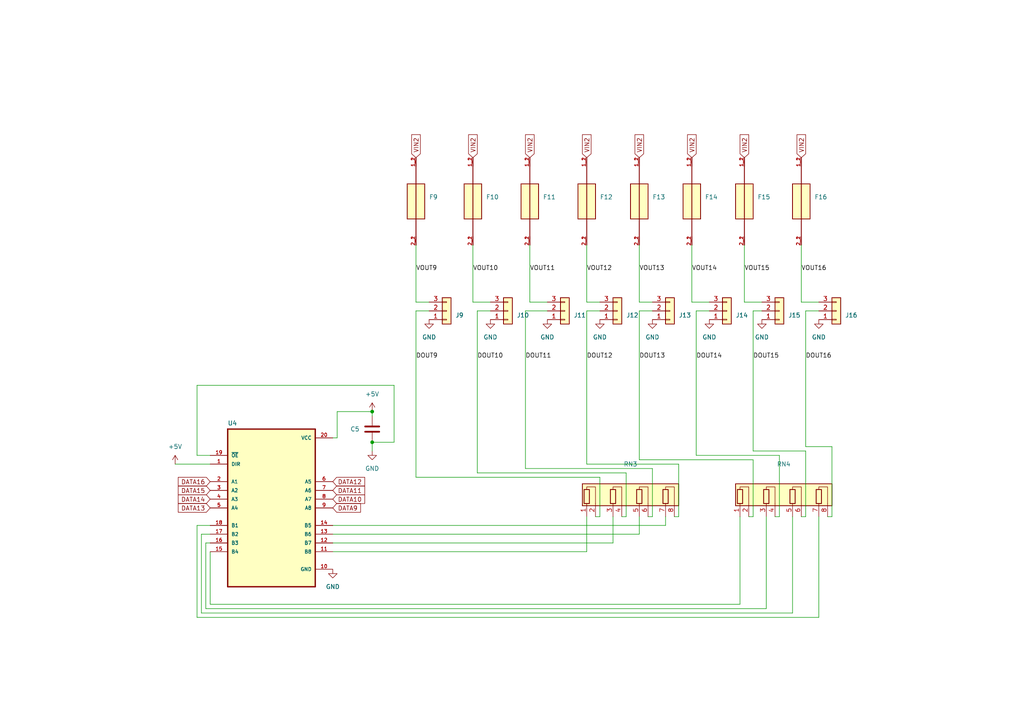
<source format=kicad_sch>
(kicad_sch (version 20211123) (generator eeschema)

  (uuid 39e1ab2a-e7de-4674-860a-f1e921ad258c)

  (paper "A4")

  (lib_symbols
    (symbol "3544-2:3544-2" (pin_names (offset 1.016) hide) (in_bom yes) (on_board yes)
      (property "Reference" "F" (id 0) (at -5.08 3.302 0)
        (effects (font (size 1.27 1.27)) (justify left bottom))
      )
      (property "Value" "3544-2" (id 1) (at -5.08 -5.08 0)
        (effects (font (size 1.27 1.27)) (justify left bottom))
      )
      (property "Footprint" "FUSE_3544-2" (id 2) (at 0 0 0)
        (effects (font (size 1.27 1.27)) (justify left bottom) hide)
      )
      (property "Datasheet" "" (id 3) (at 0 0 0)
        (effects (font (size 1.27 1.27)) (justify left bottom) hide)
      )
      (property "STANDARD" "Manufacturer Recommendation" (id 4) (at 0 0 0)
        (effects (font (size 1.27 1.27)) (justify left bottom) hide)
      )
      (property "MANUFACTURER" "Keystone" (id 5) (at 0 0 0)
        (effects (font (size 1.27 1.27)) (justify left bottom) hide)
      )
      (property "ki_locked" "" (id 6) (at 0 0 0)
        (effects (font (size 1.27 1.27)))
      )
      (symbol "3544-2_0_0"
        (rectangle (start -5.08 -2.54) (end 5.08 2.54)
          (stroke (width 0.254) (type default) (color 0 0 0 0))
          (fill (type background))
        )
        (polyline
          (pts
            (xy -12.7 0)
            (xy 12.7 0)
          )
          (stroke (width 0.254) (type default) (color 0 0 0 0))
          (fill (type none))
        )
        (pin passive line (at -12.7 0 0) (length 2.54)
          (name "~" (effects (font (size 1.016 1.016))))
          (number "1_1" (effects (font (size 1.016 1.016))))
        )
        (pin passive line (at -12.7 0 0) (length 2.54)
          (name "~" (effects (font (size 1.016 1.016))))
          (number "1_2" (effects (font (size 1.016 1.016))))
        )
        (pin passive line (at 12.7 0 180) (length 2.54)
          (name "~" (effects (font (size 1.016 1.016))))
          (number "2_1" (effects (font (size 1.016 1.016))))
        )
        (pin passive line (at 12.7 0 180) (length 2.54)
          (name "~" (effects (font (size 1.016 1.016))))
          (number "2_2" (effects (font (size 1.016 1.016))))
        )
      )
    )
    (symbol "Connector_Generic:Conn_01x03" (pin_names (offset 1.016) hide) (in_bom yes) (on_board yes)
      (property "Reference" "J" (id 0) (at 0 5.08 0)
        (effects (font (size 1.27 1.27)))
      )
      (property "Value" "Conn_01x03" (id 1) (at 0 -5.08 0)
        (effects (font (size 1.27 1.27)))
      )
      (property "Footprint" "" (id 2) (at 0 0 0)
        (effects (font (size 1.27 1.27)) hide)
      )
      (property "Datasheet" "~" (id 3) (at 0 0 0)
        (effects (font (size 1.27 1.27)) hide)
      )
      (property "ki_keywords" "connector" (id 4) (at 0 0 0)
        (effects (font (size 1.27 1.27)) hide)
      )
      (property "ki_description" "Generic connector, single row, 01x03, script generated (kicad-library-utils/schlib/autogen/connector/)" (id 5) (at 0 0 0)
        (effects (font (size 1.27 1.27)) hide)
      )
      (property "ki_fp_filters" "Connector*:*_1x??_*" (id 6) (at 0 0 0)
        (effects (font (size 1.27 1.27)) hide)
      )
      (symbol "Conn_01x03_1_1"
        (rectangle (start -1.27 -2.413) (end 0 -2.667)
          (stroke (width 0.1524) (type default) (color 0 0 0 0))
          (fill (type none))
        )
        (rectangle (start -1.27 0.127) (end 0 -0.127)
          (stroke (width 0.1524) (type default) (color 0 0 0 0))
          (fill (type none))
        )
        (rectangle (start -1.27 2.667) (end 0 2.413)
          (stroke (width 0.1524) (type default) (color 0 0 0 0))
          (fill (type none))
        )
        (rectangle (start -1.27 3.81) (end 1.27 -3.81)
          (stroke (width 0.254) (type default) (color 0 0 0 0))
          (fill (type background))
        )
        (pin passive line (at -5.08 2.54 0) (length 3.81)
          (name "Pin_1" (effects (font (size 1.27 1.27))))
          (number "1" (effects (font (size 1.27 1.27))))
        )
        (pin passive line (at -5.08 0 0) (length 3.81)
          (name "Pin_2" (effects (font (size 1.27 1.27))))
          (number "2" (effects (font (size 1.27 1.27))))
        )
        (pin passive line (at -5.08 -2.54 0) (length 3.81)
          (name "Pin_3" (effects (font (size 1.27 1.27))))
          (number "3" (effects (font (size 1.27 1.27))))
        )
      )
    )
    (symbol "Device:C" (pin_numbers hide) (pin_names (offset 0.254)) (in_bom yes) (on_board yes)
      (property "Reference" "C" (id 0) (at 0.635 2.54 0)
        (effects (font (size 1.27 1.27)) (justify left))
      )
      (property "Value" "C" (id 1) (at 0.635 -2.54 0)
        (effects (font (size 1.27 1.27)) (justify left))
      )
      (property "Footprint" "" (id 2) (at 0.9652 -3.81 0)
        (effects (font (size 1.27 1.27)) hide)
      )
      (property "Datasheet" "~" (id 3) (at 0 0 0)
        (effects (font (size 1.27 1.27)) hide)
      )
      (property "ki_keywords" "cap capacitor" (id 4) (at 0 0 0)
        (effects (font (size 1.27 1.27)) hide)
      )
      (property "ki_description" "Unpolarized capacitor" (id 5) (at 0 0 0)
        (effects (font (size 1.27 1.27)) hide)
      )
      (property "ki_fp_filters" "C_*" (id 6) (at 0 0 0)
        (effects (font (size 1.27 1.27)) hide)
      )
      (symbol "C_0_1"
        (polyline
          (pts
            (xy -2.032 -0.762)
            (xy 2.032 -0.762)
          )
          (stroke (width 0.508) (type default) (color 0 0 0 0))
          (fill (type none))
        )
        (polyline
          (pts
            (xy -2.032 0.762)
            (xy 2.032 0.762)
          )
          (stroke (width 0.508) (type default) (color 0 0 0 0))
          (fill (type none))
        )
      )
      (symbol "C_1_1"
        (pin passive line (at 0 3.81 270) (length 2.794)
          (name "~" (effects (font (size 1.27 1.27))))
          (number "1" (effects (font (size 1.27 1.27))))
        )
        (pin passive line (at 0 -3.81 90) (length 2.794)
          (name "~" (effects (font (size 1.27 1.27))))
          (number "2" (effects (font (size 1.27 1.27))))
        )
      )
    )
    (symbol "Device:R_Pack04_SIP" (pin_names (offset 0) hide) (in_bom yes) (on_board yes)
      (property "Reference" "RN" (id 0) (at -15.24 0 90)
        (effects (font (size 1.27 1.27)))
      )
      (property "Value" "R_Pack04_SIP" (id 1) (at 15.24 0 90)
        (effects (font (size 1.27 1.27)))
      )
      (property "Footprint" "Resistor_THT:R_Array_SIP8" (id 2) (at 17.145 0 90)
        (effects (font (size 1.27 1.27)) hide)
      )
      (property "Datasheet" "http://www.vishay.com/docs/31509/csc.pdf" (id 3) (at 0 0 0)
        (effects (font (size 1.27 1.27)) hide)
      )
      (property "ki_keywords" "R network parallel topology isolated" (id 4) (at 0 0 0)
        (effects (font (size 1.27 1.27)) hide)
      )
      (property "ki_description" "4 resistor network, parallel topology, SIP package" (id 5) (at 0 0 0)
        (effects (font (size 1.27 1.27)) hide)
      )
      (property "ki_fp_filters" "R?Array?SIP*" (id 6) (at 0 0 0)
        (effects (font (size 1.27 1.27)) hide)
      )
      (symbol "R_Pack04_SIP_0_1"
        (rectangle (start -13.97 -1.905) (end 13.97 4.445)
          (stroke (width 0.254) (type default) (color 0 0 0 0))
          (fill (type background))
        )
        (rectangle (start -13.462 2.794) (end -11.938 -1.27)
          (stroke (width 0.254) (type default) (color 0 0 0 0))
          (fill (type none))
        )
        (rectangle (start -5.842 2.794) (end -4.318 -1.27)
          (stroke (width 0.254) (type default) (color 0 0 0 0))
          (fill (type none))
        )
        (polyline
          (pts
            (xy -12.7 2.794)
            (xy -12.7 3.556)
            (xy -10.16 3.556)
            (xy -10.16 -1.27)
          )
          (stroke (width 0) (type default) (color 0 0 0 0))
          (fill (type none))
        )
        (polyline
          (pts
            (xy -5.08 2.794)
            (xy -5.08 3.556)
            (xy -2.54 3.556)
            (xy -2.54 -1.27)
          )
          (stroke (width 0) (type default) (color 0 0 0 0))
          (fill (type none))
        )
        (polyline
          (pts
            (xy 2.54 2.794)
            (xy 2.54 3.556)
            (xy 5.08 3.556)
            (xy 5.08 -1.27)
          )
          (stroke (width 0) (type default) (color 0 0 0 0))
          (fill (type none))
        )
        (polyline
          (pts
            (xy 10.16 2.794)
            (xy 10.16 3.556)
            (xy 12.7 3.556)
            (xy 12.7 -1.27)
          )
          (stroke (width 0) (type default) (color 0 0 0 0))
          (fill (type none))
        )
        (rectangle (start 1.778 2.794) (end 3.302 -1.27)
          (stroke (width 0.254) (type default) (color 0 0 0 0))
          (fill (type none))
        )
        (rectangle (start 9.398 2.794) (end 10.922 -1.27)
          (stroke (width 0.254) (type default) (color 0 0 0 0))
          (fill (type none))
        )
      )
      (symbol "R_Pack04_SIP_1_1"
        (pin passive line (at -12.7 -5.08 90) (length 3.81)
          (name "R1.1" (effects (font (size 1.27 1.27))))
          (number "1" (effects (font (size 1.27 1.27))))
        )
        (pin passive line (at -10.16 -5.08 90) (length 3.81)
          (name "R1.2" (effects (font (size 1.27 1.27))))
          (number "2" (effects (font (size 1.27 1.27))))
        )
        (pin passive line (at -5.08 -5.08 90) (length 3.81)
          (name "R2.1" (effects (font (size 1.27 1.27))))
          (number "3" (effects (font (size 1.27 1.27))))
        )
        (pin passive line (at -2.54 -5.08 90) (length 3.81)
          (name "R2.2" (effects (font (size 1.27 1.27))))
          (number "4" (effects (font (size 1.27 1.27))))
        )
        (pin passive line (at 2.54 -5.08 90) (length 3.81)
          (name "R3.1" (effects (font (size 1.27 1.27))))
          (number "5" (effects (font (size 1.27 1.27))))
        )
        (pin passive line (at 5.08 -5.08 90) (length 3.81)
          (name "R3.2" (effects (font (size 1.27 1.27))))
          (number "6" (effects (font (size 1.27 1.27))))
        )
        (pin passive line (at 10.16 -5.08 90) (length 3.81)
          (name "R4.1" (effects (font (size 1.27 1.27))))
          (number "7" (effects (font (size 1.27 1.27))))
        )
        (pin passive line (at 12.7 -5.08 90) (length 3.81)
          (name "R4.2" (effects (font (size 1.27 1.27))))
          (number "8" (effects (font (size 1.27 1.27))))
        )
      )
    )
    (symbol "SN74HCT245PW:SN74HCT245PW" (pin_names (offset 1.016)) (in_bom yes) (on_board yes)
      (property "Reference" "U" (id 0) (at -12.7 23.8506 0)
        (effects (font (size 1.27 1.27)) (justify left bottom))
      )
      (property "Value" "SN74HCT245PW" (id 1) (at -12.7 -26.8478 0)
        (effects (font (size 1.27 1.27)) (justify left bottom))
      )
      (property "Footprint" "SOP65P640X120-20N" (id 2) (at 0 0 0)
        (effects (font (size 1.27 1.27)) (justify left bottom) hide)
      )
      (property "Datasheet" "" (id 3) (at 0 0 0)
        (effects (font (size 1.27 1.27)) (justify left bottom) hide)
      )
      (property "ki_locked" "" (id 4) (at 0 0 0)
        (effects (font (size 1.27 1.27)))
      )
      (symbol "SN74HCT245PW_0_0"
        (rectangle (start -12.7 -22.86) (end 12.7 22.86)
          (stroke (width 0.4064) (type default) (color 0 0 0 0))
          (fill (type background))
        )
        (pin input line (at -17.78 12.7 0) (length 5.08)
          (name "DIR" (effects (font (size 1.016 1.016))))
          (number "1" (effects (font (size 1.016 1.016))))
        )
        (pin power_in line (at 17.78 -17.78 180) (length 5.08)
          (name "GND" (effects (font (size 1.016 1.016))))
          (number "10" (effects (font (size 1.016 1.016))))
        )
        (pin bidirectional line (at 17.78 -12.7 180) (length 5.08)
          (name "B8" (effects (font (size 1.016 1.016))))
          (number "11" (effects (font (size 1.016 1.016))))
        )
        (pin bidirectional line (at 17.78 -10.16 180) (length 5.08)
          (name "B7" (effects (font (size 1.016 1.016))))
          (number "12" (effects (font (size 1.016 1.016))))
        )
        (pin bidirectional line (at 17.78 -7.62 180) (length 5.08)
          (name "B6" (effects (font (size 1.016 1.016))))
          (number "13" (effects (font (size 1.016 1.016))))
        )
        (pin bidirectional line (at 17.78 -5.08 180) (length 5.08)
          (name "B5" (effects (font (size 1.016 1.016))))
          (number "14" (effects (font (size 1.016 1.016))))
        )
        (pin bidirectional line (at -17.78 -12.7 0) (length 5.08)
          (name "B4" (effects (font (size 1.016 1.016))))
          (number "15" (effects (font (size 1.016 1.016))))
        )
        (pin bidirectional line (at -17.78 -10.16 0) (length 5.08)
          (name "B3" (effects (font (size 1.016 1.016))))
          (number "16" (effects (font (size 1.016 1.016))))
        )
        (pin bidirectional line (at -17.78 -7.62 0) (length 5.08)
          (name "B2" (effects (font (size 1.016 1.016))))
          (number "17" (effects (font (size 1.016 1.016))))
        )
        (pin bidirectional line (at -17.78 -5.08 0) (length 5.08)
          (name "B1" (effects (font (size 1.016 1.016))))
          (number "18" (effects (font (size 1.016 1.016))))
        )
        (pin input line (at -17.78 15.24 0) (length 5.08)
          (name "~{OE}" (effects (font (size 1.016 1.016))))
          (number "19" (effects (font (size 1.016 1.016))))
        )
        (pin bidirectional line (at -17.78 7.62 0) (length 5.08)
          (name "A1" (effects (font (size 1.016 1.016))))
          (number "2" (effects (font (size 1.016 1.016))))
        )
        (pin power_in line (at 17.78 20.32 180) (length 5.08)
          (name "VCC" (effects (font (size 1.016 1.016))))
          (number "20" (effects (font (size 1.016 1.016))))
        )
        (pin bidirectional line (at -17.78 5.08 0) (length 5.08)
          (name "A2" (effects (font (size 1.016 1.016))))
          (number "3" (effects (font (size 1.016 1.016))))
        )
        (pin bidirectional line (at -17.78 2.54 0) (length 5.08)
          (name "A3" (effects (font (size 1.016 1.016))))
          (number "4" (effects (font (size 1.016 1.016))))
        )
        (pin bidirectional line (at -17.78 0 0) (length 5.08)
          (name "A4" (effects (font (size 1.016 1.016))))
          (number "5" (effects (font (size 1.016 1.016))))
        )
        (pin bidirectional line (at 17.78 7.62 180) (length 5.08)
          (name "A5" (effects (font (size 1.016 1.016))))
          (number "6" (effects (font (size 1.016 1.016))))
        )
        (pin bidirectional line (at 17.78 5.08 180) (length 5.08)
          (name "A6" (effects (font (size 1.016 1.016))))
          (number "7" (effects (font (size 1.016 1.016))))
        )
        (pin bidirectional line (at 17.78 2.54 180) (length 5.08)
          (name "A7" (effects (font (size 1.016 1.016))))
          (number "8" (effects (font (size 1.016 1.016))))
        )
        (pin bidirectional line (at 17.78 0 180) (length 5.08)
          (name "A8" (effects (font (size 1.016 1.016))))
          (number "9" (effects (font (size 1.016 1.016))))
        )
      )
    )
    (symbol "power:+5V" (power) (pin_names (offset 0)) (in_bom yes) (on_board yes)
      (property "Reference" "#PWR" (id 0) (at 0 -3.81 0)
        (effects (font (size 1.27 1.27)) hide)
      )
      (property "Value" "+5V" (id 1) (at 0 3.556 0)
        (effects (font (size 1.27 1.27)))
      )
      (property "Footprint" "" (id 2) (at 0 0 0)
        (effects (font (size 1.27 1.27)) hide)
      )
      (property "Datasheet" "" (id 3) (at 0 0 0)
        (effects (font (size 1.27 1.27)) hide)
      )
      (property "ki_keywords" "power-flag" (id 4) (at 0 0 0)
        (effects (font (size 1.27 1.27)) hide)
      )
      (property "ki_description" "Power symbol creates a global label with name \"+5V\"" (id 5) (at 0 0 0)
        (effects (font (size 1.27 1.27)) hide)
      )
      (symbol "+5V_0_1"
        (polyline
          (pts
            (xy -0.762 1.27)
            (xy 0 2.54)
          )
          (stroke (width 0) (type default) (color 0 0 0 0))
          (fill (type none))
        )
        (polyline
          (pts
            (xy 0 0)
            (xy 0 2.54)
          )
          (stroke (width 0) (type default) (color 0 0 0 0))
          (fill (type none))
        )
        (polyline
          (pts
            (xy 0 2.54)
            (xy 0.762 1.27)
          )
          (stroke (width 0) (type default) (color 0 0 0 0))
          (fill (type none))
        )
      )
      (symbol "+5V_1_1"
        (pin power_in line (at 0 0 90) (length 0) hide
          (name "+5V" (effects (font (size 1.27 1.27))))
          (number "1" (effects (font (size 1.27 1.27))))
        )
      )
    )
    (symbol "power:GND" (power) (pin_names (offset 0)) (in_bom yes) (on_board yes)
      (property "Reference" "#PWR" (id 0) (at 0 -6.35 0)
        (effects (font (size 1.27 1.27)) hide)
      )
      (property "Value" "GND" (id 1) (at 0 -3.81 0)
        (effects (font (size 1.27 1.27)))
      )
      (property "Footprint" "" (id 2) (at 0 0 0)
        (effects (font (size 1.27 1.27)) hide)
      )
      (property "Datasheet" "" (id 3) (at 0 0 0)
        (effects (font (size 1.27 1.27)) hide)
      )
      (property "ki_keywords" "power-flag" (id 4) (at 0 0 0)
        (effects (font (size 1.27 1.27)) hide)
      )
      (property "ki_description" "Power symbol creates a global label with name \"GND\" , ground" (id 5) (at 0 0 0)
        (effects (font (size 1.27 1.27)) hide)
      )
      (symbol "GND_0_1"
        (polyline
          (pts
            (xy 0 0)
            (xy 0 -1.27)
            (xy 1.27 -1.27)
            (xy 0 -2.54)
            (xy -1.27 -1.27)
            (xy 0 -1.27)
          )
          (stroke (width 0) (type default) (color 0 0 0 0))
          (fill (type none))
        )
      )
      (symbol "GND_1_1"
        (pin power_in line (at 0 0 270) (length 0) hide
          (name "GND" (effects (font (size 1.27 1.27))))
          (number "1" (effects (font (size 1.27 1.27))))
        )
      )
    )
  )

  (junction (at 107.95 128.27) (diameter 0) (color 0 0 0 0)
    (uuid 8cc1381f-1b7c-41aa-b458-9e2d6f20e3da)
  )
  (junction (at 107.95 119.38) (diameter 0) (color 0 0 0 0)
    (uuid b709b0ab-ee61-4fb9-9572-6bb52906d56f)
  )

  (wire (pts (xy 114.3 111.76) (xy 114.3 128.27))
    (stroke (width 0) (type default) (color 0 0 0 0))
    (uuid 018c0f8b-7287-4d01-99ce-f168a8fb8399)
  )
  (wire (pts (xy 177.8 149.86) (xy 177.8 157.48))
    (stroke (width 0) (type default) (color 0 0 0 0))
    (uuid 02d97f3d-f60b-4dd9-a0a9-e11a4f066b23)
  )
  (wire (pts (xy 173.99 87.63) (xy 170.18 87.63))
    (stroke (width 0) (type default) (color 0 0 0 0))
    (uuid 03408d19-1838-4cf8-8115-6d732227c9fe)
  )
  (wire (pts (xy 181.61 149.86) (xy 180.34 149.86))
    (stroke (width 0) (type default) (color 0 0 0 0))
    (uuid 04c89863-8406-4eb6-9fee-a893685dc10f)
  )
  (wire (pts (xy 158.75 87.63) (xy 153.67 87.63))
    (stroke (width 0) (type default) (color 0 0 0 0))
    (uuid 04feb758-0a12-4653-9be3-f08860fed670)
  )
  (wire (pts (xy 60.96 157.48) (xy 59.69 157.48))
    (stroke (width 0) (type default) (color 0 0 0 0))
    (uuid 0b732f12-3f15-4279-8cb8-acbfd73aa19c)
  )
  (wire (pts (xy 214.63 149.86) (xy 214.63 175.26))
    (stroke (width 0) (type default) (color 0 0 0 0))
    (uuid 0b9673a5-2892-4beb-985e-96dec01c736a)
  )
  (wire (pts (xy 193.04 149.86) (xy 193.04 152.4))
    (stroke (width 0) (type default) (color 0 0 0 0))
    (uuid 0f4e3776-3ef6-4a1c-b263-b0fd73fd9a45)
  )
  (wire (pts (xy 107.95 128.27) (xy 107.95 130.81))
    (stroke (width 0) (type default) (color 0 0 0 0))
    (uuid 12e656fc-6421-4bd3-9982-66007c080421)
  )
  (wire (pts (xy 189.23 90.17) (xy 185.42 90.17))
    (stroke (width 0) (type default) (color 0 0 0 0))
    (uuid 1742c193-6bd8-44bb-960f-11f4b04fb4cf)
  )
  (wire (pts (xy 152.4 90.17) (xy 152.4 135.89))
    (stroke (width 0) (type default) (color 0 0 0 0))
    (uuid 1f4aeae8-d770-4104-8ea9-b981a08b8f66)
  )
  (wire (pts (xy 96.52 152.4) (xy 193.04 152.4))
    (stroke (width 0) (type default) (color 0 0 0 0))
    (uuid 1fbd0054-d391-4a33-bbef-4953f4c31fe1)
  )
  (wire (pts (xy 226.06 132.08) (xy 226.06 149.86))
    (stroke (width 0) (type default) (color 0 0 0 0))
    (uuid 223c0abb-fd19-4ca1-86c6-71fbc6f067b4)
  )
  (wire (pts (xy 215.9 71.12) (xy 215.9 87.63))
    (stroke (width 0) (type default) (color 0 0 0 0))
    (uuid 25ebaac7-206f-464a-8d38-2a40c3b87847)
  )
  (wire (pts (xy 60.96 175.26) (xy 214.63 175.26))
    (stroke (width 0) (type default) (color 0 0 0 0))
    (uuid 2880ac11-2a1f-411e-af99-ab3b599a0bc3)
  )
  (wire (pts (xy 57.15 179.07) (xy 237.49 179.07))
    (stroke (width 0) (type default) (color 0 0 0 0))
    (uuid 2b4d3629-adda-4d0b-be32-e61527488c9c)
  )
  (wire (pts (xy 107.95 128.27) (xy 114.3 128.27))
    (stroke (width 0) (type default) (color 0 0 0 0))
    (uuid 2cd48f1d-e02e-4767-93f8-58090dca9067)
  )
  (wire (pts (xy 241.3 129.54) (xy 241.3 149.86))
    (stroke (width 0) (type default) (color 0 0 0 0))
    (uuid 2d698428-dad6-4962-a683-12fcd530f5ee)
  )
  (wire (pts (xy 97.79 119.38) (xy 107.95 119.38))
    (stroke (width 0) (type default) (color 0 0 0 0))
    (uuid 300377da-2c08-4e37-a76d-49fa7e2357e4)
  )
  (wire (pts (xy 173.99 90.17) (xy 170.18 90.17))
    (stroke (width 0) (type default) (color 0 0 0 0))
    (uuid 3076eb1e-5b39-4823-942c-72df55623a82)
  )
  (wire (pts (xy 189.23 135.89) (xy 189.23 149.86))
    (stroke (width 0) (type default) (color 0 0 0 0))
    (uuid 334d5399-4899-466a-a20f-5c8251a3d3b2)
  )
  (wire (pts (xy 96.52 154.94) (xy 185.42 154.94))
    (stroke (width 0) (type default) (color 0 0 0 0))
    (uuid 3411c9f2-c3b5-471b-9e04-3e43a35f7031)
  )
  (wire (pts (xy 138.43 137.16) (xy 181.61 137.16))
    (stroke (width 0) (type default) (color 0 0 0 0))
    (uuid 38f62f97-363a-448b-9936-492600ac4a04)
  )
  (wire (pts (xy 218.44 90.17) (xy 218.44 130.81))
    (stroke (width 0) (type default) (color 0 0 0 0))
    (uuid 3bd16f88-3f7f-4fa4-bbdd-0ffb58db4fb8)
  )
  (wire (pts (xy 189.23 87.63) (xy 185.42 87.63))
    (stroke (width 0) (type default) (color 0 0 0 0))
    (uuid 3c492086-0c72-41b6-b5a2-af3c0fa8f4ea)
  )
  (wire (pts (xy 57.15 111.76) (xy 114.3 111.76))
    (stroke (width 0) (type default) (color 0 0 0 0))
    (uuid 3cfe1484-4c16-44b4-a063-6ac162e91e35)
  )
  (wire (pts (xy 107.95 120.65) (xy 107.95 119.38))
    (stroke (width 0) (type default) (color 0 0 0 0))
    (uuid 3edfdbc6-91ea-48fd-9729-ec5e19d79bff)
  )
  (wire (pts (xy 185.42 90.17) (xy 185.42 133.35))
    (stroke (width 0) (type default) (color 0 0 0 0))
    (uuid 47c225f2-220a-42bc-a7bb-9e9181fa1da5)
  )
  (wire (pts (xy 142.24 90.17) (xy 138.43 90.17))
    (stroke (width 0) (type default) (color 0 0 0 0))
    (uuid 4950be50-517f-4f43-9220-4967667f3966)
  )
  (wire (pts (xy 137.16 71.12) (xy 137.16 87.63))
    (stroke (width 0) (type default) (color 0 0 0 0))
    (uuid 4cd51a4d-63a5-4018-8b24-4dd3ddddd818)
  )
  (wire (pts (xy 50.8 134.62) (xy 60.96 134.62))
    (stroke (width 0) (type default) (color 0 0 0 0))
    (uuid 4e5728f5-d247-4cc2-8b7c-1f0de8c5c1bb)
  )
  (wire (pts (xy 233.68 129.54) (xy 241.3 129.54))
    (stroke (width 0) (type default) (color 0 0 0 0))
    (uuid 508b1b57-473d-4dba-a60c-aa120b14afc4)
  )
  (wire (pts (xy 173.99 149.86) (xy 172.72 149.86))
    (stroke (width 0) (type default) (color 0 0 0 0))
    (uuid 5237af1a-4070-4c29-825e-e64d23beb0e2)
  )
  (wire (pts (xy 233.68 149.86) (xy 232.41 149.86))
    (stroke (width 0) (type default) (color 0 0 0 0))
    (uuid 53423140-f677-4e36-bb5c-5472b64532ab)
  )
  (wire (pts (xy 170.18 90.17) (xy 170.18 134.62))
    (stroke (width 0) (type default) (color 0 0 0 0))
    (uuid 54eb1c4e-6063-404a-b71c-9752f1cc6395)
  )
  (wire (pts (xy 201.93 90.17) (xy 201.93 132.08))
    (stroke (width 0) (type default) (color 0 0 0 0))
    (uuid 54fecf47-197c-4c70-b34c-10cdddd5d5d1)
  )
  (wire (pts (xy 196.85 149.86) (xy 195.58 149.86))
    (stroke (width 0) (type default) (color 0 0 0 0))
    (uuid 5802c183-574f-462e-8729-943a3f736542)
  )
  (wire (pts (xy 120.65 71.12) (xy 120.65 87.63))
    (stroke (width 0) (type default) (color 0 0 0 0))
    (uuid 581202f9-0d0f-4419-bd7d-2f06184580ef)
  )
  (wire (pts (xy 205.74 90.17) (xy 201.93 90.17))
    (stroke (width 0) (type default) (color 0 0 0 0))
    (uuid 5c24f07a-2ebd-4bd3-87a0-316d3ffea58e)
  )
  (wire (pts (xy 120.65 90.17) (xy 120.65 138.43))
    (stroke (width 0) (type default) (color 0 0 0 0))
    (uuid 6065a193-b84a-46e5-a401-ab55e52e1254)
  )
  (wire (pts (xy 218.44 130.81) (xy 233.68 130.81))
    (stroke (width 0) (type default) (color 0 0 0 0))
    (uuid 639bec5d-4e39-4d1e-8e5b-c8465fd0a8c8)
  )
  (wire (pts (xy 57.15 132.08) (xy 57.15 111.76))
    (stroke (width 0) (type default) (color 0 0 0 0))
    (uuid 66523a22-b022-437b-83d0-b5cf623da640)
  )
  (wire (pts (xy 170.18 71.12) (xy 170.18 87.63))
    (stroke (width 0) (type default) (color 0 0 0 0))
    (uuid 680f8530-6486-45ea-bbe3-ca54c7cf6168)
  )
  (wire (pts (xy 189.23 149.86) (xy 187.96 149.86))
    (stroke (width 0) (type default) (color 0 0 0 0))
    (uuid 69afd9c7-dd05-489b-93dd-22fb10328f54)
  )
  (wire (pts (xy 138.43 90.17) (xy 138.43 137.16))
    (stroke (width 0) (type default) (color 0 0 0 0))
    (uuid 6b29e5a0-2dab-4d1b-a747-d8de7c932c79)
  )
  (wire (pts (xy 142.24 87.63) (xy 137.16 87.63))
    (stroke (width 0) (type default) (color 0 0 0 0))
    (uuid 6d51e378-9916-40cd-805e-abf1423d1588)
  )
  (wire (pts (xy 57.15 152.4) (xy 60.96 152.4))
    (stroke (width 0) (type default) (color 0 0 0 0))
    (uuid 6e7d970a-1dd0-4dec-8360-0dfe39f7f8f9)
  )
  (wire (pts (xy 181.61 137.16) (xy 181.61 149.86))
    (stroke (width 0) (type default) (color 0 0 0 0))
    (uuid 6e8f1347-90c3-4b8b-9551-5eb1e0ed41d6)
  )
  (wire (pts (xy 152.4 90.17) (xy 158.75 90.17))
    (stroke (width 0) (type default) (color 0 0 0 0))
    (uuid 70172fb8-d037-4346-8c9e-8bd42a725c49)
  )
  (wire (pts (xy 97.79 127) (xy 97.79 119.38))
    (stroke (width 0) (type default) (color 0 0 0 0))
    (uuid 70cc1fd0-1d96-4ce5-8a30-9de29e40e1f2)
  )
  (wire (pts (xy 153.67 71.12) (xy 153.67 87.63))
    (stroke (width 0) (type default) (color 0 0 0 0))
    (uuid 7e0f0018-e8a9-4668-879b-aa1cc858e50c)
  )
  (wire (pts (xy 241.3 149.86) (xy 240.03 149.86))
    (stroke (width 0) (type default) (color 0 0 0 0))
    (uuid 828f0695-6cab-4490-923e-ac45e9ea1875)
  )
  (wire (pts (xy 237.49 90.17) (xy 233.68 90.17))
    (stroke (width 0) (type default) (color 0 0 0 0))
    (uuid 87cca9b5-720d-4917-adb9-ea1fa8c1c887)
  )
  (wire (pts (xy 237.49 87.63) (xy 232.41 87.63))
    (stroke (width 0) (type default) (color 0 0 0 0))
    (uuid 8af18f43-9d3a-46ae-a39c-7f4ae3f441c5)
  )
  (wire (pts (xy 200.66 71.12) (xy 200.66 87.63))
    (stroke (width 0) (type default) (color 0 0 0 0))
    (uuid 918bb271-a952-45a1-81dc-946812fe1d03)
  )
  (wire (pts (xy 218.44 133.35) (xy 218.44 149.86))
    (stroke (width 0) (type default) (color 0 0 0 0))
    (uuid 93d96003-1f6c-4620-9718-2418c63800f9)
  )
  (wire (pts (xy 59.69 176.53) (xy 222.25 176.53))
    (stroke (width 0) (type default) (color 0 0 0 0))
    (uuid 9b434464-610d-45a6-ab49-d1543703b123)
  )
  (wire (pts (xy 124.46 90.17) (xy 120.65 90.17))
    (stroke (width 0) (type default) (color 0 0 0 0))
    (uuid a1f3df53-5e0d-4aea-bda9-0a0e104f176c)
  )
  (wire (pts (xy 222.25 176.53) (xy 222.25 149.86))
    (stroke (width 0) (type default) (color 0 0 0 0))
    (uuid a3358e55-4f8d-47ba-9126-72e52c74b0b5)
  )
  (wire (pts (xy 205.74 87.63) (xy 200.66 87.63))
    (stroke (width 0) (type default) (color 0 0 0 0))
    (uuid a3de02e2-4c87-40e5-a1f8-c3a6a9a0f4cf)
  )
  (wire (pts (xy 60.96 160.02) (xy 60.96 175.26))
    (stroke (width 0) (type default) (color 0 0 0 0))
    (uuid a6da4cf9-f0a1-4fa8-9e01-f5f5170c4d90)
  )
  (wire (pts (xy 58.42 154.94) (xy 60.96 154.94))
    (stroke (width 0) (type default) (color 0 0 0 0))
    (uuid aa0a7f20-41b4-4ed8-b4bb-8ddbcd22566b)
  )
  (wire (pts (xy 185.42 71.12) (xy 185.42 87.63))
    (stroke (width 0) (type default) (color 0 0 0 0))
    (uuid b08f4d5a-8392-4fef-8edd-d3e2aa7bc349)
  )
  (wire (pts (xy 237.49 179.07) (xy 237.49 149.86))
    (stroke (width 0) (type default) (color 0 0 0 0))
    (uuid b85ddf31-df90-4950-a3be-231be58b5651)
  )
  (wire (pts (xy 218.44 149.86) (xy 217.17 149.86))
    (stroke (width 0) (type default) (color 0 0 0 0))
    (uuid bad0b430-9bcd-4881-aa3f-893ad9839824)
  )
  (wire (pts (xy 170.18 149.86) (xy 170.18 160.02))
    (stroke (width 0) (type default) (color 0 0 0 0))
    (uuid bad459b9-fd37-4b52-98ee-5e1068ab2cfe)
  )
  (wire (pts (xy 185.42 149.86) (xy 185.42 154.94))
    (stroke (width 0) (type default) (color 0 0 0 0))
    (uuid bbaa2686-6498-480c-b9a7-3de6bbe02ff8)
  )
  (wire (pts (xy 60.96 132.08) (xy 57.15 132.08))
    (stroke (width 0) (type default) (color 0 0 0 0))
    (uuid bcabc1e2-5b68-4294-847a-5d157c91b0a5)
  )
  (wire (pts (xy 201.93 132.08) (xy 226.06 132.08))
    (stroke (width 0) (type default) (color 0 0 0 0))
    (uuid bf747ae5-7e78-440d-96e5-0cded53acb53)
  )
  (wire (pts (xy 173.99 138.43) (xy 173.99 149.86))
    (stroke (width 0) (type default) (color 0 0 0 0))
    (uuid c1cca441-0a3a-4775-aa3d-71bb33609a87)
  )
  (wire (pts (xy 185.42 133.35) (xy 218.44 133.35))
    (stroke (width 0) (type default) (color 0 0 0 0))
    (uuid c354e12a-edc0-43ed-8e13-56f1dbe92022)
  )
  (wire (pts (xy 120.65 87.63) (xy 124.46 87.63))
    (stroke (width 0) (type default) (color 0 0 0 0))
    (uuid c474fb8d-bf85-42c0-8811-9e9482587d9a)
  )
  (wire (pts (xy 220.98 87.63) (xy 215.9 87.63))
    (stroke (width 0) (type default) (color 0 0 0 0))
    (uuid c5b1e06b-7824-4324-b36b-6051908e0338)
  )
  (wire (pts (xy 226.06 149.86) (xy 224.79 149.86))
    (stroke (width 0) (type default) (color 0 0 0 0))
    (uuid c797a51f-5eb3-488f-a1e2-1c260b723ed1)
  )
  (wire (pts (xy 229.87 177.8) (xy 229.87 149.86))
    (stroke (width 0) (type default) (color 0 0 0 0))
    (uuid c9589181-b6ac-4697-9d8b-54e2cf2a1d8b)
  )
  (wire (pts (xy 96.52 160.02) (xy 170.18 160.02))
    (stroke (width 0) (type default) (color 0 0 0 0))
    (uuid cf76bb39-684b-4881-86a3-22af2af7c0da)
  )
  (wire (pts (xy 232.41 71.12) (xy 232.41 87.63))
    (stroke (width 0) (type default) (color 0 0 0 0))
    (uuid d4dd1de9-bac6-4357-b72d-a05062fab37c)
  )
  (wire (pts (xy 120.65 138.43) (xy 173.99 138.43))
    (stroke (width 0) (type default) (color 0 0 0 0))
    (uuid df24db70-9936-45b8-acf6-24a5cafcc80c)
  )
  (wire (pts (xy 96.52 127) (xy 97.79 127))
    (stroke (width 0) (type default) (color 0 0 0 0))
    (uuid df7979a1-f673-4086-8325-36a97db53c68)
  )
  (wire (pts (xy 58.42 177.8) (xy 229.87 177.8))
    (stroke (width 0) (type default) (color 0 0 0 0))
    (uuid e09cbe67-5132-4807-929e-c3c447a7355a)
  )
  (wire (pts (xy 57.15 152.4) (xy 57.15 179.07))
    (stroke (width 0) (type default) (color 0 0 0 0))
    (uuid e0d7680c-48cb-4b45-9653-bd37ee88b2c6)
  )
  (wire (pts (xy 96.52 157.48) (xy 177.8 157.48))
    (stroke (width 0) (type default) (color 0 0 0 0))
    (uuid e161c78a-02d7-46c1-ac24-854e07a77390)
  )
  (wire (pts (xy 58.42 154.94) (xy 58.42 177.8))
    (stroke (width 0) (type default) (color 0 0 0 0))
    (uuid e38e15e5-914b-44df-8f8f-61c66951fa59)
  )
  (wire (pts (xy 233.68 130.81) (xy 233.68 149.86))
    (stroke (width 0) (type default) (color 0 0 0 0))
    (uuid e4027d22-c029-4764-93b7-2ab4758b8107)
  )
  (wire (pts (xy 233.68 90.17) (xy 233.68 129.54))
    (stroke (width 0) (type default) (color 0 0 0 0))
    (uuid e4c9abb7-0ad1-4cd9-81f8-888952fc3222)
  )
  (wire (pts (xy 152.4 135.89) (xy 189.23 135.89))
    (stroke (width 0) (type default) (color 0 0 0 0))
    (uuid ec86007b-505b-4a73-b5a4-bbc2bbff80bb)
  )
  (wire (pts (xy 196.85 134.62) (xy 196.85 149.86))
    (stroke (width 0) (type default) (color 0 0 0 0))
    (uuid ed245c7d-0b72-4d2e-86c9-ac4fedd11c87)
  )
  (wire (pts (xy 170.18 134.62) (xy 196.85 134.62))
    (stroke (width 0) (type default) (color 0 0 0 0))
    (uuid f26c868b-7ffc-4f99-af1d-48f6947a59e9)
  )
  (wire (pts (xy 59.69 157.48) (xy 59.69 176.53))
    (stroke (width 0) (type default) (color 0 0 0 0))
    (uuid f58c9d96-d0c1-48d1-8419-f4ba249dbc3e)
  )
  (wire (pts (xy 220.98 90.17) (xy 218.44 90.17))
    (stroke (width 0) (type default) (color 0 0 0 0))
    (uuid f65f78ba-4c53-4d77-ab31-305062062379)
  )

  (label "DOUT14" (at 201.93 104.14 0)
    (effects (font (size 1.27 1.27)) (justify left bottom))
    (uuid 0e4ab230-e03d-4b9a-9159-cfa3d7c2f217)
  )
  (label "DOUT13" (at 185.42 104.14 0)
    (effects (font (size 1.27 1.27)) (justify left bottom))
    (uuid 1197d2de-af99-4c9d-92a3-8d397eeaa913)
  )
  (label "VOUT13" (at 185.42 78.74 0)
    (effects (font (size 1.27 1.27)) (justify left bottom))
    (uuid 4b7da748-5164-42bb-ad05-05e7209a6b19)
  )
  (label "VOUT10" (at 137.16 78.74 0)
    (effects (font (size 1.27 1.27)) (justify left bottom))
    (uuid 772b2a36-3971-4c16-84dc-ce7a9238edd0)
  )
  (label "DOUT9" (at 120.65 104.14 0)
    (effects (font (size 1.27 1.27)) (justify left bottom))
    (uuid 779b0eb3-bd43-450d-9909-4ad14379bd68)
  )
  (label "VOUT16" (at 232.41 78.74 0)
    (effects (font (size 1.27 1.27)) (justify left bottom))
    (uuid 7dca26ae-8199-441a-9435-fc68c82d4d94)
  )
  (label "VOUT12" (at 170.18 78.74 0)
    (effects (font (size 1.27 1.27)) (justify left bottom))
    (uuid 84b2b8f2-43e3-4e29-9bb7-8475d4fac364)
  )
  (label "DOUT16" (at 233.68 104.14 0)
    (effects (font (size 1.27 1.27)) (justify left bottom))
    (uuid 8eb88e08-c3cb-49c2-8659-25cd174c84b4)
  )
  (label "DOUT11" (at 152.4 104.14 0)
    (effects (font (size 1.27 1.27)) (justify left bottom))
    (uuid 90068789-1f52-49cd-977c-2f48fbdf2652)
  )
  (label "VOUT15" (at 215.9 78.74 0)
    (effects (font (size 1.27 1.27)) (justify left bottom))
    (uuid 95be1708-3f01-4cbe-a4db-fea108eec5f4)
  )
  (label "VOUT14" (at 200.66 78.74 0)
    (effects (font (size 1.27 1.27)) (justify left bottom))
    (uuid 9aaa3b7d-dd38-4fed-8571-927f6d1ecb1c)
  )
  (label "DOUT10" (at 138.43 104.14 0)
    (effects (font (size 1.27 1.27)) (justify left bottom))
    (uuid b359a854-e4f8-453f-96c9-25bef2983247)
  )
  (label "DOUT12" (at 170.18 104.14 0)
    (effects (font (size 1.27 1.27)) (justify left bottom))
    (uuid b365d3a6-04fc-4dee-b86b-93649688af53)
  )
  (label "VOUT9" (at 120.65 78.74 0)
    (effects (font (size 1.27 1.27)) (justify left bottom))
    (uuid bd3e49ae-5fb2-4158-a270-8f7207db5afb)
  )
  (label "VOUT11" (at 153.67 78.74 0)
    (effects (font (size 1.27 1.27)) (justify left bottom))
    (uuid c8667c11-0548-4d7c-9634-548143e9465b)
  )
  (label "DOUT15" (at 218.44 104.14 0)
    (effects (font (size 1.27 1.27)) (justify left bottom))
    (uuid e05b5093-516a-467c-8ab8-3596274908c1)
  )

  (global_label "VIN2" (shape input) (at 120.65 45.72 90) (fields_autoplaced)
    (effects (font (size 1.27 1.27)) (justify left))
    (uuid 0c42e555-1e07-406c-9fab-387b9a4accc9)
    (property "Intersheet References" "${INTERSHEET_REFS}" (id 0) (at 120.5706 39.0736 90)
      (effects (font (size 1.27 1.27)) (justify left) hide)
    )
  )
  (global_label "VIN2" (shape input) (at 215.9 45.72 90) (fields_autoplaced)
    (effects (font (size 1.27 1.27)) (justify left))
    (uuid 2f0535de-318b-448d-ad41-e4b05bb539fe)
    (property "Intersheet References" "${INTERSHEET_REFS}" (id 0) (at 215.8206 39.0736 90)
      (effects (font (size 1.27 1.27)) (justify left) hide)
    )
  )
  (global_label "VIN2" (shape input) (at 137.16 45.72 90) (fields_autoplaced)
    (effects (font (size 1.27 1.27)) (justify left))
    (uuid 3d006d97-d89f-4d0b-8abd-259fa55d5a2a)
    (property "Intersheet References" "${INTERSHEET_REFS}" (id 0) (at 137.0806 39.0736 90)
      (effects (font (size 1.27 1.27)) (justify left) hide)
    )
  )
  (global_label "DATA11" (shape input) (at 96.52 142.24 0) (fields_autoplaced)
    (effects (font (size 1.27 1.27)) (justify left))
    (uuid 44d2c369-ebc5-4fad-9d9f-53b330484bfc)
    (property "Intersheet References" "${INTERSHEET_REFS}" (id 0) (at 105.7669 142.3194 0)
      (effects (font (size 1.27 1.27)) (justify left) hide)
    )
  )
  (global_label "VIN2" (shape input) (at 153.67 45.72 90) (fields_autoplaced)
    (effects (font (size 1.27 1.27)) (justify left))
    (uuid 4fb08eb8-0cb1-4a0c-97cf-27432bcb1397)
    (property "Intersheet References" "${INTERSHEET_REFS}" (id 0) (at 153.5906 39.0736 90)
      (effects (font (size 1.27 1.27)) (justify left) hide)
    )
  )
  (global_label "DATA14" (shape input) (at 60.96 144.78 180) (fields_autoplaced)
    (effects (font (size 1.27 1.27)) (justify right))
    (uuid 57fda69b-2896-4108-81f7-f88c5bc0a3b1)
    (property "Intersheet References" "${INTERSHEET_REFS}" (id 0) (at 51.7131 144.7006 0)
      (effects (font (size 1.27 1.27)) (justify right) hide)
    )
  )
  (global_label "DATA9" (shape input) (at 96.52 147.32 0) (fields_autoplaced)
    (effects (font (size 1.27 1.27)) (justify left))
    (uuid 6e2f2a2f-92bf-4aae-a0e3-4a14a07504f4)
    (property "Intersheet References" "${INTERSHEET_REFS}" (id 0) (at 104.5574 147.3994 0)
      (effects (font (size 1.27 1.27)) (justify left) hide)
    )
  )
  (global_label "DATA15" (shape input) (at 60.96 142.24 180) (fields_autoplaced)
    (effects (font (size 1.27 1.27)) (justify right))
    (uuid 7b805fc4-b602-40ec-beb7-ca56aa0eb24d)
    (property "Intersheet References" "${INTERSHEET_REFS}" (id 0) (at 51.7131 142.1606 0)
      (effects (font (size 1.27 1.27)) (justify right) hide)
    )
  )
  (global_label "DATA12" (shape input) (at 96.52 139.7 0) (fields_autoplaced)
    (effects (font (size 1.27 1.27)) (justify left))
    (uuid a31f4bb3-c177-4fcc-8f24-2f413c729424)
    (property "Intersheet References" "${INTERSHEET_REFS}" (id 0) (at 105.7669 139.7794 0)
      (effects (font (size 1.27 1.27)) (justify left) hide)
    )
  )
  (global_label "VIN2" (shape input) (at 232.41 45.72 90) (fields_autoplaced)
    (effects (font (size 1.27 1.27)) (justify left))
    (uuid ab3ed6fc-7d86-46c2-ba9e-51bea275e433)
    (property "Intersheet References" "${INTERSHEET_REFS}" (id 0) (at 232.3306 39.0736 90)
      (effects (font (size 1.27 1.27)) (justify left) hide)
    )
  )
  (global_label "VIN2" (shape input) (at 185.42 45.72 90) (fields_autoplaced)
    (effects (font (size 1.27 1.27)) (justify left))
    (uuid b373f3d6-a9fb-4862-b5f1-f3a8ac73562b)
    (property "Intersheet References" "${INTERSHEET_REFS}" (id 0) (at 185.3406 39.0736 90)
      (effects (font (size 1.27 1.27)) (justify left) hide)
    )
  )
  (global_label "DATA10" (shape input) (at 96.52 144.78 0) (fields_autoplaced)
    (effects (font (size 1.27 1.27)) (justify left))
    (uuid b41f9ce3-62e8-491c-a60a-0a4a7cb6dabd)
    (property "Intersheet References" "${INTERSHEET_REFS}" (id 0) (at 105.7669 144.8594 0)
      (effects (font (size 1.27 1.27)) (justify left) hide)
    )
  )
  (global_label "VIN2" (shape input) (at 200.66 45.72 90) (fields_autoplaced)
    (effects (font (size 1.27 1.27)) (justify left))
    (uuid dc0cbdc9-a4bc-4859-8dbb-db34b9f92c35)
    (property "Intersheet References" "${INTERSHEET_REFS}" (id 0) (at 200.5806 39.0736 90)
      (effects (font (size 1.27 1.27)) (justify left) hide)
    )
  )
  (global_label "VIN2" (shape input) (at 170.18 45.72 90) (fields_autoplaced)
    (effects (font (size 1.27 1.27)) (justify left))
    (uuid edae0700-134b-4b74-b1b1-2408ea0482af)
    (property "Intersheet References" "${INTERSHEET_REFS}" (id 0) (at 170.1006 39.0736 90)
      (effects (font (size 1.27 1.27)) (justify left) hide)
    )
  )
  (global_label "DATA16" (shape input) (at 60.96 139.7 180) (fields_autoplaced)
    (effects (font (size 1.27 1.27)) (justify right))
    (uuid f12396b4-9a8e-4068-a07c-e39e4d16349e)
    (property "Intersheet References" "${INTERSHEET_REFS}" (id 0) (at 51.7131 139.6206 0)
      (effects (font (size 1.27 1.27)) (justify right) hide)
    )
  )
  (global_label "DATA13" (shape input) (at 60.96 147.32 180) (fields_autoplaced)
    (effects (font (size 1.27 1.27)) (justify right))
    (uuid f6c46f92-630a-40c9-b23f-9a26a1ec3b6d)
    (property "Intersheet References" "${INTERSHEET_REFS}" (id 0) (at 51.7131 147.2406 0)
      (effects (font (size 1.27 1.27)) (justify right) hide)
    )
  )

  (symbol (lib_id "power:+5V") (at 107.95 119.38 0) (unit 1)
    (in_bom yes) (on_board yes) (fields_autoplaced)
    (uuid 058aaeab-4974-4e87-a803-b96bfdaac91f)
    (property "Reference" "#PWR042" (id 0) (at 107.95 123.19 0)
      (effects (font (size 1.27 1.27)) hide)
    )
    (property "Value" "+5V" (id 1) (at 107.95 114.3 0))
    (property "Footprint" "" (id 2) (at 107.95 119.38 0)
      (effects (font (size 1.27 1.27)) hide)
    )
    (property "Datasheet" "" (id 3) (at 107.95 119.38 0)
      (effects (font (size 1.27 1.27)) hide)
    )
    (pin "1" (uuid 19438603-1a18-4deb-ab83-0cfd1da45a77))
  )

  (symbol (lib_id "3544-2:3544-2") (at 185.42 58.42 270) (unit 1)
    (in_bom yes) (on_board yes) (fields_autoplaced)
    (uuid 092f2f88-ffdd-4e4a-8d19-0dec98be1db0)
    (property "Reference" "F13" (id 0) (at 189.23 57.1499 90)
      (effects (font (size 1.27 1.27)) (justify left))
    )
    (property "Value" "" (id 1) (at 189.23 59.6899 90)
      (effects (font (size 1.27 1.27)) (justify left))
    )
    (property "Footprint" "" (id 2) (at 185.42 58.42 0)
      (effects (font (size 1.27 1.27)) (justify left bottom) hide)
    )
    (property "Datasheet" "" (id 3) (at 185.42 58.42 0)
      (effects (font (size 1.27 1.27)) (justify left bottom) hide)
    )
    (property "STANDARD" "Manufacturer Recommendation" (id 4) (at 185.42 58.42 0)
      (effects (font (size 1.27 1.27)) (justify left bottom) hide)
    )
    (property "MANUFACTURER" "Keystone" (id 5) (at 185.42 58.42 0)
      (effects (font (size 1.27 1.27)) (justify left bottom) hide)
    )
    (pin "1_1" (uuid a26e0171-595c-42e5-ac60-4e172132096a))
    (pin "1_2" (uuid e27c9a67-30fe-478a-8e2b-40dfcd60d073))
    (pin "2_1" (uuid c1e99336-c9cb-4a10-8da0-9c81fb9f06f8))
    (pin "2_2" (uuid 8858b239-35ac-46f5-b5d8-a6407e403567))
  )

  (symbol (lib_id "power:GND") (at 158.75 92.71 0) (unit 1)
    (in_bom yes) (on_board yes) (fields_autoplaced)
    (uuid 0a127dc6-b750-4252-8117-f403acc6e7b8)
    (property "Reference" "#PWR048" (id 0) (at 158.75 99.06 0)
      (effects (font (size 1.27 1.27)) hide)
    )
    (property "Value" "GND" (id 1) (at 158.75 97.79 0))
    (property "Footprint" "" (id 2) (at 158.75 92.71 0)
      (effects (font (size 1.27 1.27)) hide)
    )
    (property "Datasheet" "" (id 3) (at 158.75 92.71 0)
      (effects (font (size 1.27 1.27)) hide)
    )
    (pin "1" (uuid 54f28da4-9295-4c8a-a177-f40a757efbf6))
  )

  (symbol (lib_id "3544-2:3544-2") (at 120.65 58.42 270) (unit 1)
    (in_bom yes) (on_board yes) (fields_autoplaced)
    (uuid 174d3cac-2187-41d6-85e2-d4fc88021633)
    (property "Reference" "F9" (id 0) (at 124.46 57.1499 90)
      (effects (font (size 1.27 1.27)) (justify left))
    )
    (property "Value" "" (id 1) (at 124.46 59.6899 90)
      (effects (font (size 1.27 1.27)) (justify left))
    )
    (property "Footprint" "" (id 2) (at 120.65 58.42 0)
      (effects (font (size 1.27 1.27)) (justify left bottom) hide)
    )
    (property "Datasheet" "" (id 3) (at 120.65 58.42 0)
      (effects (font (size 1.27 1.27)) (justify left bottom) hide)
    )
    (property "STANDARD" "Manufacturer Recommendation" (id 4) (at 120.65 58.42 0)
      (effects (font (size 1.27 1.27)) (justify left bottom) hide)
    )
    (property "MANUFACTURER" "Keystone" (id 5) (at 120.65 58.42 0)
      (effects (font (size 1.27 1.27)) (justify left bottom) hide)
    )
    (pin "1_1" (uuid b61e1e7e-f7de-40ac-9dda-af837789bd21))
    (pin "1_2" (uuid f1accb7a-9bb1-4b82-b54e-d31e1e983a6f))
    (pin "2_1" (uuid 70e3a2d6-f16f-40d8-8f46-86e506ce5e7d))
    (pin "2_2" (uuid 7b191bba-b3d4-4fff-92b2-a83559eb57a1))
  )

  (symbol (lib_id "Connector_Generic:Conn_01x03") (at 242.57 90.17 0) (mirror x) (unit 1)
    (in_bom yes) (on_board yes)
    (uuid 242a232f-607a-4d69-b443-13128211682b)
    (property "Reference" "J16" (id 0) (at 245.11 91.44 0)
      (effects (font (size 1.27 1.27)) (justify left))
    )
    (property "Value" "" (id 1) (at 238.76 85.09 0)
      (effects (font (size 1.27 1.27)) (justify left))
    )
    (property "Footprint" "" (id 2) (at 242.57 90.17 0)
      (effects (font (size 1.27 1.27)) hide)
    )
    (property "Datasheet" "~" (id 3) (at 242.57 90.17 0)
      (effects (font (size 1.27 1.27)) hide)
    )
    (pin "1" (uuid 951eb38a-2d34-4ac5-ad37-7ced6a4543c2))
    (pin "2" (uuid 4ad37791-49a7-4f63-b63f-2e3faa2d128f))
    (pin "3" (uuid 0e5a82fb-06b5-45fb-8026-eeac3f93c8b3))
  )

  (symbol (lib_id "Connector_Generic:Conn_01x03") (at 194.31 90.17 0) (mirror x) (unit 1)
    (in_bom yes) (on_board yes)
    (uuid 2be47de6-fe73-42bf-9d44-08e6fa9cd265)
    (property "Reference" "J13" (id 0) (at 196.85 91.4401 0)
      (effects (font (size 1.27 1.27)) (justify left))
    )
    (property "Value" "" (id 1) (at 190.5 85.09 0)
      (effects (font (size 1.27 1.27)) (justify left))
    )
    (property "Footprint" "" (id 2) (at 194.31 90.17 0)
      (effects (font (size 1.27 1.27)) hide)
    )
    (property "Datasheet" "~" (id 3) (at 194.31 90.17 0)
      (effects (font (size 1.27 1.27)) hide)
    )
    (pin "1" (uuid afba9682-7242-40ae-908a-bb865627cbb1))
    (pin "2" (uuid b49dfbfb-c981-43f4-bc49-556675b5b6db))
    (pin "3" (uuid eb857ade-1c73-40dc-a849-0e43511bfeb0))
  )

  (symbol (lib_id "power:GND") (at 96.52 165.1 0) (unit 1)
    (in_bom yes) (on_board yes) (fields_autoplaced)
    (uuid 2d0a7390-a8fa-49f6-b993-5608d1a1c760)
    (property "Reference" "#PWR045" (id 0) (at 96.52 171.45 0)
      (effects (font (size 1.27 1.27)) hide)
    )
    (property "Value" "GND" (id 1) (at 96.52 170.18 0))
    (property "Footprint" "" (id 2) (at 96.52 165.1 0)
      (effects (font (size 1.27 1.27)) hide)
    )
    (property "Datasheet" "" (id 3) (at 96.52 165.1 0)
      (effects (font (size 1.27 1.27)) hide)
    )
    (pin "1" (uuid f8391c4d-f740-45aa-a46d-65d64415f48d))
  )

  (symbol (lib_id "Connector_Generic:Conn_01x03") (at 147.32 90.17 0) (mirror x) (unit 1)
    (in_bom yes) (on_board yes)
    (uuid 2e181fe0-0d05-42c1-9223-19f3aa0f3638)
    (property "Reference" "J10" (id 0) (at 149.86 91.4401 0)
      (effects (font (size 1.27 1.27)) (justify left))
    )
    (property "Value" "" (id 1) (at 143.51 85.09 0)
      (effects (font (size 1.27 1.27)) (justify left))
    )
    (property "Footprint" "" (id 2) (at 147.32 90.17 0)
      (effects (font (size 1.27 1.27)) hide)
    )
    (property "Datasheet" "~" (id 3) (at 147.32 90.17 0)
      (effects (font (size 1.27 1.27)) hide)
    )
    (pin "1" (uuid 167e9534-67b6-47e0-9f59-948581562eac))
    (pin "2" (uuid 2d581e9a-542b-4b57-99b2-da41b1df6986))
    (pin "3" (uuid c36f8c45-7eb7-4408-af40-4ae3289d0989))
  )

  (symbol (lib_id "Connector_Generic:Conn_01x03") (at 129.54 90.17 0) (mirror x) (unit 1)
    (in_bom yes) (on_board yes)
    (uuid 344a2359-0e39-4996-bcf9-35d79c247c95)
    (property "Reference" "J9" (id 0) (at 132.08 91.4401 0)
      (effects (font (size 1.27 1.27)) (justify left))
    )
    (property "Value" "" (id 1) (at 125.73 85.09 0)
      (effects (font (size 1.27 1.27)) (justify left))
    )
    (property "Footprint" "" (id 2) (at 129.54 90.17 0)
      (effects (font (size 1.27 1.27)) hide)
    )
    (property "Datasheet" "~" (id 3) (at 129.54 90.17 0)
      (effects (font (size 1.27 1.27)) hide)
    )
    (pin "1" (uuid 6f5fdd3b-8852-41c9-9d52-d2d4b04cceac))
    (pin "2" (uuid 1b381bc0-9c3b-46b3-b8eb-b79378ef6010))
    (pin "3" (uuid 208221c2-fc2c-4fd2-8b0b-a4009ed2cd92))
  )

  (symbol (lib_id "power:GND") (at 173.99 92.71 0) (unit 1)
    (in_bom yes) (on_board yes) (fields_autoplaced)
    (uuid 3b89be2c-f079-4d07-a80b-cb10bc1e0477)
    (property "Reference" "#PWR049" (id 0) (at 173.99 99.06 0)
      (effects (font (size 1.27 1.27)) hide)
    )
    (property "Value" "GND" (id 1) (at 173.99 97.79 0))
    (property "Footprint" "" (id 2) (at 173.99 92.71 0)
      (effects (font (size 1.27 1.27)) hide)
    )
    (property "Datasheet" "" (id 3) (at 173.99 92.71 0)
      (effects (font (size 1.27 1.27)) hide)
    )
    (pin "1" (uuid 9743a33b-10e8-44ac-af60-2e4be688e07f))
  )

  (symbol (lib_id "Device:C") (at 107.95 124.46 0) (unit 1)
    (in_bom yes) (on_board yes)
    (uuid 3eae3104-1876-4b5e-92a9-aca9ad403d74)
    (property "Reference" "C5" (id 0) (at 101.6 124.46 0)
      (effects (font (size 1.27 1.27)) (justify left))
    )
    (property "Value" "" (id 1) (at 100.33 127 0)
      (effects (font (size 1.27 1.27)) (justify left))
    )
    (property "Footprint" "" (id 2) (at 108.9152 128.27 0)
      (effects (font (size 1.27 1.27)) hide)
    )
    (property "Datasheet" "~" (id 3) (at 107.95 124.46 0)
      (effects (font (size 1.27 1.27)) hide)
    )
    (property "LCSC" "C1760" (id 4) (at 107.95 124.46 0)
      (effects (font (size 1.27 1.27)) hide)
    )
    (pin "1" (uuid 3e21c016-b1c5-4fde-a731-88c851dab6d6))
    (pin "2" (uuid 48b823d4-0a90-484f-a047-f426a72339ef))
  )

  (symbol (lib_id "3544-2:3544-2") (at 153.67 58.42 270) (unit 1)
    (in_bom yes) (on_board yes) (fields_autoplaced)
    (uuid 456375e3-3455-47be-8ce1-6e287ac4bcba)
    (property "Reference" "F11" (id 0) (at 157.48 57.1499 90)
      (effects (font (size 1.27 1.27)) (justify left))
    )
    (property "Value" "" (id 1) (at 157.48 59.6899 90)
      (effects (font (size 1.27 1.27)) (justify left))
    )
    (property "Footprint" "" (id 2) (at 153.67 58.42 0)
      (effects (font (size 1.27 1.27)) (justify left bottom) hide)
    )
    (property "Datasheet" "" (id 3) (at 153.67 58.42 0)
      (effects (font (size 1.27 1.27)) (justify left bottom) hide)
    )
    (property "STANDARD" "Manufacturer Recommendation" (id 4) (at 153.67 58.42 0)
      (effects (font (size 1.27 1.27)) (justify left bottom) hide)
    )
    (property "MANUFACTURER" "Keystone" (id 5) (at 153.67 58.42 0)
      (effects (font (size 1.27 1.27)) (justify left bottom) hide)
    )
    (pin "1_1" (uuid ede95d01-c5e9-4cf2-bac9-dfdfe51edeee))
    (pin "1_2" (uuid d3bfea2b-3aad-4b3b-bd90-6397eab772e4))
    (pin "2_1" (uuid 910b39da-0b76-4cac-aed2-8b2b9a348635))
    (pin "2_2" (uuid 8b1c3d90-de23-4666-a5eb-355a1dea22e5))
  )

  (symbol (lib_id "Connector_Generic:Conn_01x03") (at 226.06 90.17 0) (mirror x) (unit 1)
    (in_bom yes) (on_board yes)
    (uuid 4e0ae5ef-2b17-4468-9044-8f320197585e)
    (property "Reference" "J15" (id 0) (at 228.6 91.4401 0)
      (effects (font (size 1.27 1.27)) (justify left))
    )
    (property "Value" "" (id 1) (at 222.25 85.09 0)
      (effects (font (size 1.27 1.27)) (justify left))
    )
    (property "Footprint" "" (id 2) (at 226.06 90.17 0)
      (effects (font (size 1.27 1.27)) hide)
    )
    (property "Datasheet" "~" (id 3) (at 226.06 90.17 0)
      (effects (font (size 1.27 1.27)) hide)
    )
    (pin "1" (uuid 75f2f536-1272-4728-9438-ec0f3c8f9b92))
    (pin "2" (uuid 003a4aad-2cf6-4eaa-ae22-f14868abdecd))
    (pin "3" (uuid 600cdbd3-a527-499a-9721-436c15ca1166))
  )

  (symbol (lib_id "3544-2:3544-2") (at 200.66 58.42 270) (unit 1)
    (in_bom yes) (on_board yes) (fields_autoplaced)
    (uuid 50bfbae4-a6bf-4613-9ca7-c164c940f9c3)
    (property "Reference" "F14" (id 0) (at 204.47 57.1499 90)
      (effects (font (size 1.27 1.27)) (justify left))
    )
    (property "Value" "" (id 1) (at 204.47 59.6899 90)
      (effects (font (size 1.27 1.27)) (justify left))
    )
    (property "Footprint" "" (id 2) (at 200.66 58.42 0)
      (effects (font (size 1.27 1.27)) (justify left bottom) hide)
    )
    (property "Datasheet" "" (id 3) (at 200.66 58.42 0)
      (effects (font (size 1.27 1.27)) (justify left bottom) hide)
    )
    (property "STANDARD" "Manufacturer Recommendation" (id 4) (at 200.66 58.42 0)
      (effects (font (size 1.27 1.27)) (justify left bottom) hide)
    )
    (property "MANUFACTURER" "Keystone" (id 5) (at 200.66 58.42 0)
      (effects (font (size 1.27 1.27)) (justify left bottom) hide)
    )
    (pin "1_1" (uuid e270772f-8dad-43ac-abc0-016ad0963747))
    (pin "1_2" (uuid 0606304e-3ecd-471e-8fe8-37bcfa28eaf3))
    (pin "2_1" (uuid e7f315ce-4677-411d-85b3-0fe267754337))
    (pin "2_2" (uuid f28c9dc1-5550-4d9f-a1d8-e9a0b98194a3))
  )

  (symbol (lib_id "power:GND") (at 107.95 130.81 0) (unit 1)
    (in_bom yes) (on_board yes) (fields_autoplaced)
    (uuid 549bdeb4-a07b-471d-b431-a5e40445f0c2)
    (property "Reference" "#PWR043" (id 0) (at 107.95 137.16 0)
      (effects (font (size 1.27 1.27)) hide)
    )
    (property "Value" "GND" (id 1) (at 107.95 135.89 0))
    (property "Footprint" "" (id 2) (at 107.95 130.81 0)
      (effects (font (size 1.27 1.27)) hide)
    )
    (property "Datasheet" "" (id 3) (at 107.95 130.81 0)
      (effects (font (size 1.27 1.27)) hide)
    )
    (pin "1" (uuid 38a0e6ea-afdc-4973-9472-842cc3c11c37))
  )

  (symbol (lib_id "3544-2:3544-2") (at 170.18 58.42 270) (unit 1)
    (in_bom yes) (on_board yes) (fields_autoplaced)
    (uuid 54f9e9ed-8496-4a49-a628-eb4368240d2f)
    (property "Reference" "F12" (id 0) (at 173.99 57.1499 90)
      (effects (font (size 1.27 1.27)) (justify left))
    )
    (property "Value" "" (id 1) (at 173.99 59.6899 90)
      (effects (font (size 1.27 1.27)) (justify left))
    )
    (property "Footprint" "" (id 2) (at 170.18 58.42 0)
      (effects (font (size 1.27 1.27)) (justify left bottom) hide)
    )
    (property "Datasheet" "" (id 3) (at 170.18 58.42 0)
      (effects (font (size 1.27 1.27)) (justify left bottom) hide)
    )
    (property "STANDARD" "Manufacturer Recommendation" (id 4) (at 170.18 58.42 0)
      (effects (font (size 1.27 1.27)) (justify left bottom) hide)
    )
    (property "MANUFACTURER" "Keystone" (id 5) (at 170.18 58.42 0)
      (effects (font (size 1.27 1.27)) (justify left bottom) hide)
    )
    (pin "1_1" (uuid 41bb9479-e06c-485f-9f47-c8cfabf6b4e5))
    (pin "1_2" (uuid b1d7b188-724b-4773-97db-3a119fb4f4a4))
    (pin "2_1" (uuid 203ac33b-2177-46e4-9ed4-205f53dabe74))
    (pin "2_2" (uuid e1d16d13-aa20-4539-ae9a-c6dc2befc205))
  )

  (symbol (lib_id "Connector_Generic:Conn_01x03") (at 179.07 90.17 0) (mirror x) (unit 1)
    (in_bom yes) (on_board yes)
    (uuid 5d2aecf8-2873-465d-b9a0-76c122c84587)
    (property "Reference" "J12" (id 0) (at 181.61 91.4401 0)
      (effects (font (size 1.27 1.27)) (justify left))
    )
    (property "Value" "" (id 1) (at 175.26 85.09 0)
      (effects (font (size 1.27 1.27)) (justify left))
    )
    (property "Footprint" "" (id 2) (at 179.07 90.17 0)
      (effects (font (size 1.27 1.27)) hide)
    )
    (property "Datasheet" "~" (id 3) (at 179.07 90.17 0)
      (effects (font (size 1.27 1.27)) hide)
    )
    (pin "1" (uuid 6c864baa-a5f3-47e1-b591-d74cf4200491))
    (pin "2" (uuid 3a539589-2e6f-4948-9813-afd73853e8a2))
    (pin "3" (uuid 6307e390-410c-4634-93e2-53a7d30e1e0e))
  )

  (symbol (lib_id "Device:R_Pack04_SIP") (at 182.88 144.78 0) (unit 1)
    (in_bom yes) (on_board yes) (fields_autoplaced)
    (uuid 6de6edc6-d9c8-448f-9489-0ac591e59a0c)
    (property "Reference" "RN3" (id 0) (at 182.88 134.62 0))
    (property "Value" "" (id 1) (at 182.88 137.16 0))
    (property "Footprint" "" (id 2) (at 200.025 144.78 90)
      (effects (font (size 1.27 1.27)) hide)
    )
    (property "Datasheet" "http://www.vishay.com/docs/31509/csc.pdf" (id 3) (at 182.88 144.78 0)
      (effects (font (size 1.27 1.27)) hide)
    )
    (pin "1" (uuid d1afcb30-db92-4f35-95a6-0fb0e478c0e6))
    (pin "2" (uuid abf0dc0b-c462-4245-a6a1-0c7f440dbf1c))
    (pin "3" (uuid 31e8dd82-6c9b-4e14-b791-a99220f2f1c3))
    (pin "4" (uuid bbbecadb-7d9d-40f2-9e23-14332af5c63d))
    (pin "5" (uuid e0eb82b5-ae9c-4b9f-aef1-d273a441ab50))
    (pin "6" (uuid bad0a969-579d-4b41-b1e9-64a6c1829c14))
    (pin "7" (uuid 41537603-1312-4877-a975-0425005502b3))
    (pin "8" (uuid 5c8163f0-5601-43b5-842b-638b3c816470))
  )

  (symbol (lib_id "power:GND") (at 205.74 92.71 0) (unit 1)
    (in_bom yes) (on_board yes) (fields_autoplaced)
    (uuid 7d74856c-dafc-4df7-99bd-b44f57dc1004)
    (property "Reference" "#PWR051" (id 0) (at 205.74 99.06 0)
      (effects (font (size 1.27 1.27)) hide)
    )
    (property "Value" "GND" (id 1) (at 205.74 97.79 0))
    (property "Footprint" "" (id 2) (at 205.74 92.71 0)
      (effects (font (size 1.27 1.27)) hide)
    )
    (property "Datasheet" "" (id 3) (at 205.74 92.71 0)
      (effects (font (size 1.27 1.27)) hide)
    )
    (pin "1" (uuid 27a03bc7-ab3e-4b8b-b786-7be0ae2e3865))
  )

  (symbol (lib_id "Device:R_Pack04_SIP") (at 227.33 144.78 0) (unit 1)
    (in_bom yes) (on_board yes) (fields_autoplaced)
    (uuid 80cdba75-057a-4eeb-89f9-4d553ea27a3a)
    (property "Reference" "RN4" (id 0) (at 227.33 134.62 0))
    (property "Value" "" (id 1) (at 227.33 137.16 0))
    (property "Footprint" "" (id 2) (at 244.475 144.78 90)
      (effects (font (size 1.27 1.27)) hide)
    )
    (property "Datasheet" "http://www.vishay.com/docs/31509/csc.pdf" (id 3) (at 227.33 144.78 0)
      (effects (font (size 1.27 1.27)) hide)
    )
    (pin "1" (uuid b2937af5-9458-4dec-9f60-41b9aea2f21d))
    (pin "2" (uuid 308e9dbf-e54d-452d-8ba1-c9feab8b92cc))
    (pin "3" (uuid a7dd9aa2-c471-48cb-bbf2-b194e189e63b))
    (pin "4" (uuid ba0cb0db-639b-4c75-8154-f352a1063154))
    (pin "5" (uuid 43f19410-aae0-49e4-90e8-23790fa61ac6))
    (pin "6" (uuid b2ba3f44-ccb2-465f-8358-e05da885eaf1))
    (pin "7" (uuid 078bfd89-ae7b-472f-a14c-4eb59a4d2ba2))
    (pin "8" (uuid a6390892-27d7-4d6c-a7b1-a3b09ce43b73))
  )

  (symbol (lib_id "power:GND") (at 124.46 92.71 0) (unit 1)
    (in_bom yes) (on_board yes) (fields_autoplaced)
    (uuid 81b5f436-a446-4157-a5d4-183c0a11cc16)
    (property "Reference" "#PWR046" (id 0) (at 124.46 99.06 0)
      (effects (font (size 1.27 1.27)) hide)
    )
    (property "Value" "GND" (id 1) (at 124.46 97.79 0))
    (property "Footprint" "" (id 2) (at 124.46 92.71 0)
      (effects (font (size 1.27 1.27)) hide)
    )
    (property "Datasheet" "" (id 3) (at 124.46 92.71 0)
      (effects (font (size 1.27 1.27)) hide)
    )
    (pin "1" (uuid a40a3bae-fab9-4c25-a0e3-461c80195d0b))
  )

  (symbol (lib_id "power:+5V") (at 50.8 134.62 0) (unit 1)
    (in_bom yes) (on_board yes) (fields_autoplaced)
    (uuid 8267e13e-7fc9-454e-8488-8f96c8982aa0)
    (property "Reference" "#PWR044" (id 0) (at 50.8 138.43 0)
      (effects (font (size 1.27 1.27)) hide)
    )
    (property "Value" "+5V" (id 1) (at 50.8 129.54 0))
    (property "Footprint" "" (id 2) (at 50.8 134.62 0)
      (effects (font (size 1.27 1.27)) hide)
    )
    (property "Datasheet" "" (id 3) (at 50.8 134.62 0)
      (effects (font (size 1.27 1.27)) hide)
    )
    (pin "1" (uuid 4e94d6af-3b62-4c15-95e5-c876885d3d46))
  )

  (symbol (lib_id "Connector_Generic:Conn_01x03") (at 210.82 90.17 0) (mirror x) (unit 1)
    (in_bom yes) (on_board yes)
    (uuid 98be1b6b-e271-4e2e-81b8-68b81cea2beb)
    (property "Reference" "J14" (id 0) (at 213.36 91.4401 0)
      (effects (font (size 1.27 1.27)) (justify left))
    )
    (property "Value" "" (id 1) (at 207.01 85.09 0)
      (effects (font (size 1.27 1.27)) (justify left))
    )
    (property "Footprint" "" (id 2) (at 210.82 90.17 0)
      (effects (font (size 1.27 1.27)) hide)
    )
    (property "Datasheet" "~" (id 3) (at 210.82 90.17 0)
      (effects (font (size 1.27 1.27)) hide)
    )
    (pin "1" (uuid 0ed7db28-6811-47e3-a0e8-f0e72253fe9a))
    (pin "2" (uuid 174392d7-3133-40e4-9c56-8a75e8180d6e))
    (pin "3" (uuid d980f5a5-c1e2-4e62-80e1-715da8dd5548))
  )

  (symbol (lib_id "3544-2:3544-2") (at 215.9 58.42 270) (unit 1)
    (in_bom yes) (on_board yes) (fields_autoplaced)
    (uuid a2a37a7f-ae86-485c-a3c3-a67914803a70)
    (property "Reference" "F15" (id 0) (at 219.71 57.1499 90)
      (effects (font (size 1.27 1.27)) (justify left))
    )
    (property "Value" "" (id 1) (at 219.71 59.6899 90)
      (effects (font (size 1.27 1.27)) (justify left))
    )
    (property "Footprint" "" (id 2) (at 215.9 58.42 0)
      (effects (font (size 1.27 1.27)) (justify left bottom) hide)
    )
    (property "Datasheet" "" (id 3) (at 215.9 58.42 0)
      (effects (font (size 1.27 1.27)) (justify left bottom) hide)
    )
    (property "STANDARD" "Manufacturer Recommendation" (id 4) (at 215.9 58.42 0)
      (effects (font (size 1.27 1.27)) (justify left bottom) hide)
    )
    (property "MANUFACTURER" "Keystone" (id 5) (at 215.9 58.42 0)
      (effects (font (size 1.27 1.27)) (justify left bottom) hide)
    )
    (pin "1_1" (uuid 4d8cc02d-61fe-41e3-bc02-f9d84d7c1200))
    (pin "1_2" (uuid d146fe1e-ae27-4831-8669-83af8df80451))
    (pin "2_1" (uuid 576b9f92-dc54-4c35-9a12-23b94234ae83))
    (pin "2_2" (uuid 2ab36a5b-3902-4850-bc59-e3a4675ce47f))
  )

  (symbol (lib_id "power:GND") (at 220.98 92.71 0) (unit 1)
    (in_bom yes) (on_board yes) (fields_autoplaced)
    (uuid ab4b4f5f-361e-4961-b45d-e3a5c23a2367)
    (property "Reference" "#PWR052" (id 0) (at 220.98 99.06 0)
      (effects (font (size 1.27 1.27)) hide)
    )
    (property "Value" "GND" (id 1) (at 220.98 97.79 0))
    (property "Footprint" "" (id 2) (at 220.98 92.71 0)
      (effects (font (size 1.27 1.27)) hide)
    )
    (property "Datasheet" "" (id 3) (at 220.98 92.71 0)
      (effects (font (size 1.27 1.27)) hide)
    )
    (pin "1" (uuid fb7ddbae-ce50-414a-bd64-0608be31b598))
  )

  (symbol (lib_id "power:GND") (at 189.23 92.71 0) (unit 1)
    (in_bom yes) (on_board yes) (fields_autoplaced)
    (uuid b6337a06-4490-4738-ac46-4f88ac8aafb0)
    (property "Reference" "#PWR050" (id 0) (at 189.23 99.06 0)
      (effects (font (size 1.27 1.27)) hide)
    )
    (property "Value" "GND" (id 1) (at 189.23 97.79 0))
    (property "Footprint" "" (id 2) (at 189.23 92.71 0)
      (effects (font (size 1.27 1.27)) hide)
    )
    (property "Datasheet" "" (id 3) (at 189.23 92.71 0)
      (effects (font (size 1.27 1.27)) hide)
    )
    (pin "1" (uuid 077db0be-97d2-4c82-bc68-cdec53a94f51))
  )

  (symbol (lib_id "SN74HCT245PW:SN74HCT245PW") (at 78.74 147.32 0) (unit 1)
    (in_bom yes) (on_board yes)
    (uuid c6e0d523-2b32-4927-8a3f-d1d6b053888c)
    (property "Reference" "U4" (id 0) (at 66.04 123.4694 0)
      (effects (font (size 1.27 1.27)) (justify left bottom))
    )
    (property "Value" "" (id 1) (at 66.04 174.1678 0)
      (effects (font (size 1.27 1.27)) (justify left bottom))
    )
    (property "Footprint" "" (id 2) (at 62.23 118.11 0)
      (effects (font (size 1.27 1.27)) (justify left bottom) hide)
    )
    (property "Datasheet" "http://www.ti.com/lit/ds/symlink/sn74hct245.pdf" (id 3) (at 78.74 147.32 0)
      (effects (font (size 1.27 1.27)) (justify left bottom) hide)
    )
    (property "LCSC" "C6779" (id 34) (at 78.74 147.32 0)
      (effects (font (size 1.27 1.27)) hide)
    )
    (pin "1" (uuid 4924659d-02f5-4769-b9a2-f0cca1533580))
    (pin "10" (uuid 01c2c0c3-97fc-46df-a2a7-30162349c5b3))
    (pin "11" (uuid ca78aa3f-1807-4ff5-ad06-0a551f3162a9))
    (pin "12" (uuid c5f850d9-6302-4f41-a12f-f6e4012f93a1))
    (pin "13" (uuid 37c7c53f-0232-44d4-b3ee-86c51b4d364f))
    (pin "14" (uuid 96d38017-a8c7-4362-87dc-5646f3e988fa))
    (pin "15" (uuid 769e5548-bb98-49b5-9e9d-75e23efa029e))
    (pin "16" (uuid ee55ac5a-3681-4675-9c68-61de3d55e982))
    (pin "17" (uuid c38c0059-4157-4c18-8036-2d950dd1d820))
    (pin "18" (uuid 941d4e10-68ca-4215-ba0e-2cf214d153e1))
    (pin "19" (uuid eab3529a-3305-479b-934d-ca0b4a2c1e76))
    (pin "2" (uuid 5e1fcaaf-c1d0-48a0-91e5-ab7cee998ef3))
    (pin "20" (uuid 5fa5468a-9f14-4645-87b7-a769b1c46554))
    (pin "3" (uuid 21a85b9e-a10b-4b09-aafd-dc6f95527050))
    (pin "4" (uuid 60a04720-8cb7-4450-be4e-65ad0953b99d))
    (pin "5" (uuid 796e66f2-ee8b-4280-832d-b8bcd491a986))
    (pin "6" (uuid a89d5d47-4e85-4ca6-8f77-8b59ccf525dd))
    (pin "7" (uuid e1f1e9b6-0f68-4543-a821-2d7586d324e6))
    (pin "8" (uuid 7416697d-184c-4742-bbc3-116d5930c974))
    (pin "9" (uuid ab1f7abd-72a5-4ef0-b850-4781aba95e1e))
  )

  (symbol (lib_id "Connector_Generic:Conn_01x03") (at 163.83 90.17 0) (mirror x) (unit 1)
    (in_bom yes) (on_board yes)
    (uuid d346c4c1-f4ab-4513-9dc8-dfb37e6dc3a9)
    (property "Reference" "J11" (id 0) (at 166.37 91.4401 0)
      (effects (font (size 1.27 1.27)) (justify left))
    )
    (property "Value" "" (id 1) (at 160.02 85.09 0)
      (effects (font (size 1.27 1.27)) (justify left))
    )
    (property "Footprint" "" (id 2) (at 163.83 90.17 0)
      (effects (font (size 1.27 1.27)) hide)
    )
    (property "Datasheet" "~" (id 3) (at 163.83 90.17 0)
      (effects (font (size 1.27 1.27)) hide)
    )
    (pin "1" (uuid 4d82da03-fd79-485c-9893-37676fa46c17))
    (pin "2" (uuid 13931fe5-7612-40a3-8c05-9a24086150c4))
    (pin "3" (uuid 61d06473-40b1-4f6c-a5a6-255f14e62632))
  )

  (symbol (lib_id "power:GND") (at 237.49 92.71 0) (unit 1)
    (in_bom yes) (on_board yes) (fields_autoplaced)
    (uuid d86879ad-b83c-43ec-a344-ceb5c6208a45)
    (property "Reference" "#PWR053" (id 0) (at 237.49 99.06 0)
      (effects (font (size 1.27 1.27)) hide)
    )
    (property "Value" "GND" (id 1) (at 237.49 97.79 0))
    (property "Footprint" "" (id 2) (at 237.49 92.71 0)
      (effects (font (size 1.27 1.27)) hide)
    )
    (property "Datasheet" "" (id 3) (at 237.49 92.71 0)
      (effects (font (size 1.27 1.27)) hide)
    )
    (pin "1" (uuid 8546da16-e456-4785-a606-561cf3134802))
  )

  (symbol (lib_id "power:GND") (at 142.24 92.71 0) (unit 1)
    (in_bom yes) (on_board yes) (fields_autoplaced)
    (uuid dbdf1c15-4c44-40ab-ba3a-1efe0ebf6425)
    (property "Reference" "#PWR047" (id 0) (at 142.24 99.06 0)
      (effects (font (size 1.27 1.27)) hide)
    )
    (property "Value" "GND" (id 1) (at 142.24 97.79 0))
    (property "Footprint" "" (id 2) (at 142.24 92.71 0)
      (effects (font (size 1.27 1.27)) hide)
    )
    (property "Datasheet" "" (id 3) (at 142.24 92.71 0)
      (effects (font (size 1.27 1.27)) hide)
    )
    (pin "1" (uuid d9707894-7b60-4e22-9735-149ae9559a07))
  )

  (symbol (lib_id "3544-2:3544-2") (at 137.16 58.42 270) (unit 1)
    (in_bom yes) (on_board yes) (fields_autoplaced)
    (uuid f4c36ce0-4b8a-43bd-9aa5-e99a3f0f2730)
    (property "Reference" "F10" (id 0) (at 140.97 57.1499 90)
      (effects (font (size 1.27 1.27)) (justify left))
    )
    (property "Value" "" (id 1) (at 140.97 59.6899 90)
      (effects (font (size 1.27 1.27)) (justify left))
    )
    (property "Footprint" "" (id 2) (at 137.16 58.42 0)
      (effects (font (size 1.27 1.27)) (justify left bottom) hide)
    )
    (property "Datasheet" "" (id 3) (at 137.16 58.42 0)
      (effects (font (size 1.27 1.27)) (justify left bottom) hide)
    )
    (property "STANDARD" "Manufacturer Recommendation" (id 4) (at 137.16 58.42 0)
      (effects (font (size 1.27 1.27)) (justify left bottom) hide)
    )
    (property "MANUFACTURER" "Keystone" (id 5) (at 137.16 58.42 0)
      (effects (font (size 1.27 1.27)) (justify left bottom) hide)
    )
    (pin "1_1" (uuid f2e318e3-d4a8-4ed4-8a28-261002eb1139))
    (pin "1_2" (uuid eb5cb4b3-39f7-4891-a43a-00b9591dc639))
    (pin "2_1" (uuid 421030ba-4265-49f9-b44b-a17cf1ab623e))
    (pin "2_2" (uuid f72a8d05-f727-4a58-a511-75e3765d08c6))
  )

  (symbol (lib_id "3544-2:3544-2") (at 232.41 58.42 270) (unit 1)
    (in_bom yes) (on_board yes) (fields_autoplaced)
    (uuid fd2884ba-6c51-4c34-a4a7-15b02053e5c0)
    (property "Reference" "F16" (id 0) (at 236.22 57.1499 90)
      (effects (font (size 1.27 1.27)) (justify left))
    )
    (property "Value" "" (id 1) (at 236.22 59.6899 90)
      (effects (font (size 1.27 1.27)) (justify left))
    )
    (property "Footprint" "" (id 2) (at 232.41 58.42 0)
      (effects (font (size 1.27 1.27)) (justify left bottom) hide)
    )
    (property "Datasheet" "" (id 3) (at 232.41 58.42 0)
      (effects (font (size 1.27 1.27)) (justify left bottom) hide)
    )
    (property "STANDARD" "Manufacturer Recommendation" (id 4) (at 232.41 58.42 0)
      (effects (font (size 1.27 1.27)) (justify left bottom) hide)
    )
    (property "MANUFACTURER" "Keystone" (id 5) (at 232.41 58.42 0)
      (effects (font (size 1.27 1.27)) (justify left bottom) hide)
    )
    (pin "1_1" (uuid 8c2ecdc3-7182-4c6c-a12b-dd06bec61d82))
    (pin "1_2" (uuid b2126436-fc73-4646-a626-920856fdd265))
    (pin "2_1" (uuid 1cb70fe1-685b-4833-a702-676291f05827))
    (pin "2_2" (uuid b840f5bc-5b5b-4ca1-a48a-ef4e45a3a03c))
  )
)

</source>
